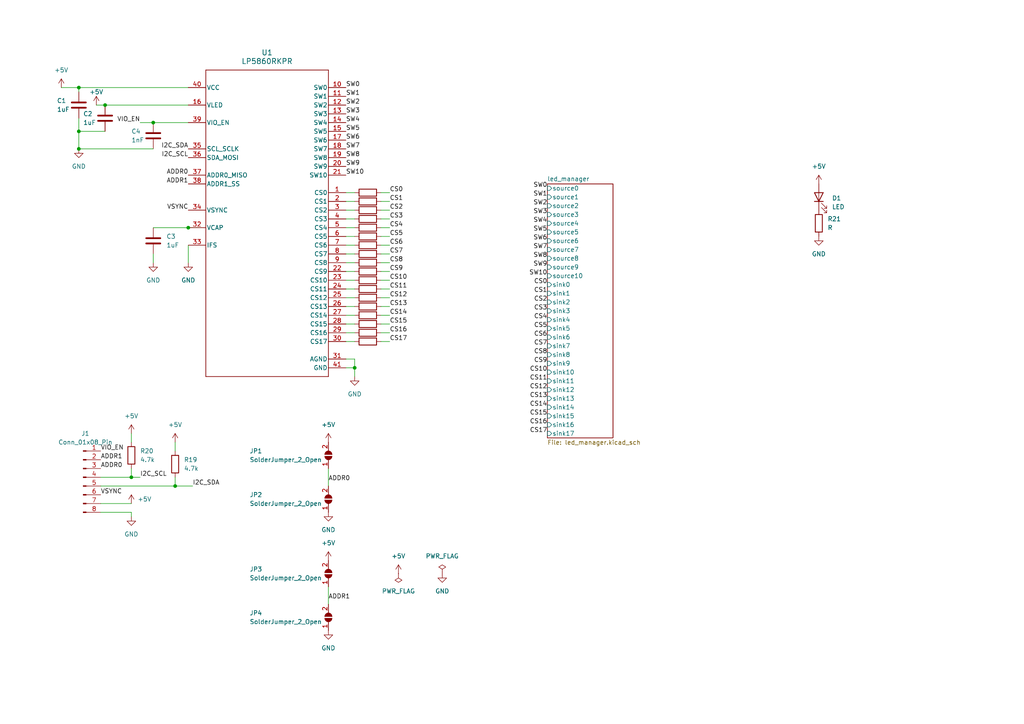
<source format=kicad_sch>
(kicad_sch (version 20230121) (generator eeschema)
  (paper "A4")
  (lib_symbols
    (symbol "Connector:Conn_01x08_Pin" (pin_names (offset 1.016) hide)
      (property "Reference" "J" (at 0 10.16 0))
      (property "Value" "Conn_01x08_Pin" (at 0 -12.7 0))
      (symbol "Conn_01x08_Pin_1_1"
        (polyline (pts (xy 1.27 -10.16) (xy 0.8636 -10.16)) (stroke (width 0.1524)))
        (polyline (pts (xy 1.27 -7.62) (xy 0.8636 -7.62)) (stroke (width 0.1524)))
        (polyline (pts (xy 1.27 -5.08) (xy 0.8636 -5.08)) (stroke (width 0.1524)))
        (polyline (pts (xy 1.27 -2.54) (xy 0.8636 -2.54)) (stroke (width 0.1524)))
        (polyline (pts (xy 1.27 0) (xy 0.8636 0)) (stroke (width 0.1524)))
        (polyline (pts (xy 1.27 2.54) (xy 0.8636 2.54)) (stroke (width 0.1524)))
        (polyline (pts (xy 1.27 5.08) (xy 0.8636 5.08)) (stroke (width 0.1524)))
        (polyline (pts (xy 1.27 7.62) (xy 0.8636 7.62)) (stroke (width 0.1524)))
        (rectangle (start 0.8636 -10.033) (end 0 -10.287) (stroke (width 0.1524)) (fill (type outline)))
        (rectangle (start 0.8636 -7.493) (end 0 -7.747) (stroke (width 0.1524)) (fill (type outline)))
        (rectangle (start 0.8636 -4.953) (end 0 -5.207) (stroke (width 0.1524)) (fill (type outline)))
        (rectangle (start 0.8636 -2.413) (end 0 -2.667) (stroke (width 0.1524)) (fill (type outline)))
        (rectangle (start 0.8636 0.127) (end 0 -0.127) (stroke (width 0.1524)) (fill (type outline)))
        (rectangle (start 0.8636 2.667) (end 0 2.413) (stroke (width 0.1524)) (fill (type outline)))
        (rectangle (start 0.8636 5.207) (end 0 4.953) (stroke (width 0.1524)) (fill (type outline)))
        (rectangle (start 0.8636 7.747) (end 0 7.493) (stroke (width 0.1524)) (fill (type outline)))
        (pin passive line (at 5.08 7.62 180) (length 3.81) (name "Pin_1") (number "1"))
        (pin passive line (at 5.08 5.08 180) (length 3.81) (name "Pin_2") (number "2"))
        (pin passive line (at 5.08 2.54 180) (length 3.81) (name "Pin_3") (number "3"))
        (pin passive line (at 5.08 0 180) (length 3.81) (name "Pin_4") (number "4"))
        (pin passive line (at 5.08 -2.54 180) (length 3.81) (name "Pin_5") (number "5"))
        (pin passive line (at 5.08 -5.08 180) (length 3.81) (name "Pin_6") (number "6"))
        (pin passive line (at 5.08 -7.62 180) (length 3.81) (name "Pin_7") (number "7"))
        (pin passive line (at 5.08 -10.16 180) (length 3.81) (name "Pin_8") (number "8"))
      )
    )
    (symbol "Device:C" (pin_numbers hide) (pin_names (offset 0.254))
      (property "Reference" "C" (at 0.635 2.54 0))
      (property "Value" "C" (at 0.635 -2.54 0))
      (symbol "C_0_1"
        (polyline (pts (xy -2.032 -0.762) (xy 2.032 -0.762)) (stroke (width 0.508)))
        (polyline (pts (xy -2.032 0.762) (xy 2.032 0.762)) (stroke (width 0.508)))
      )
      (symbol "C_1_1"
        (pin passive line (at 0 3.81 270) (length 2.794) (name "~") (number "1"))
        (pin passive line (at 0 -3.81 90) (length 2.794) (name "~") (number "2"))
      )
    )
    (symbol "Device:LED" (pin_numbers hide) (pin_names (offset 1.016) hide)
      (property "Reference" "D" (at 0 2.54 0))
      (property "Value" "LED" (at 0 -2.54 0))
      (symbol "LED_0_1"
        (polyline (pts (xy -1.27 -1.27) (xy -1.27 1.27)) (stroke (width 0.254)))
        (polyline (pts (xy -1.27 0) (xy 1.27 0)))
        (polyline (pts (xy 1.27 -1.27) (xy 1.27 1.27) (xy -1.27 0) (xy 1.27 -1.27)) (stroke (width 0.254)))
        (polyline (pts (xy -3.048 -0.762) (xy -4.572 -2.286) (xy -3.81 -2.286) (xy -4.572 -2.286) (xy -4.572 -1.524)))
        (polyline (pts (xy -1.778 -0.762) (xy -3.302 -2.286) (xy -2.54 -2.286) (xy -3.302 -2.286) (xy -3.302 -1.524)))
      )
      (symbol "LED_1_1"
        (pin passive line (at -3.81 0 0) (length 2.54) (name "K") (number "1"))
        (pin passive line (at 3.81 0 180) (length 2.54) (name "A") (number "2"))
      )
    )
    (symbol "Device:R" (pin_numbers hide) (pin_names (offset 0))
      (property "Reference" "R" (at 2.032 0 90))
      (property "Value" "R" (at 0 0 90))
      (symbol "R_0_1"
        (rectangle (start -1.016 -2.54) (end 1.016 2.54) (stroke (width 0.254)))
      )
      (symbol "R_1_1"
        (pin passive line (at 0 3.81 270) (length 1.27) (name "~") (number "1"))
        (pin passive line (at 0 -3.81 90) (length 1.27) (name "~") (number "2"))
      )
    )
    (symbol "Jumper:SolderJumper_2_Open" (pin_names (offset 0) hide)
      (property "Reference" "JP" (at 0 2.032 0))
      (property "Value" "SolderJumper_2_Open" (at 0 -2.54 0))
      (symbol "SolderJumper_2_Open_0_1"
        (arc (start -0.254 1.016) (mid -1.2656 0) (end -0.254 -1.016))
        (arc (start -0.254 1.016) (mid -1.2656 0) (end -0.254 -1.016) (fill (type outline)))
        (polyline (pts (xy -0.254 1.016) (xy -0.254 -1.016)))
        (polyline (pts (xy 0.254 1.016) (xy 0.254 -1.016)))
        (arc (start 0.254 -1.016) (mid 1.2656 0) (end 0.254 1.016))
        (arc (start 0.254 -1.016) (mid 1.2656 0) (end 0.254 1.016) (fill (type outline)))
      )
      (symbol "SolderJumper_2_Open_1_1"
        (pin passive line (at -3.81 0 0) (length 2.54) (name "A") (number "1"))
        (pin passive line (at 3.81 0 180) (length 2.54) (name "B") (number "2"))
      )
    )
    (symbol "lp5860:LP5860RKPR" (pin_names (offset 0.254))
      (property "Reference" "U" (at 0 2.54 0))
      (property "Value" "LP5860RKPR" (at 0 0 0))
      (symbol "LP5860RKPR_0_1"
        (polyline (pts (xy 5.08 -83.82) (xy 40.64 -83.82)) (stroke (width 0.2032)))
        (polyline (pts (xy 5.08 5.08) (xy 5.08 -83.82)) (stroke (width 0.2032)))
        (polyline (pts (xy 40.64 -83.82) (xy 40.64 5.08)) (stroke (width 0.2032)))
        (polyline (pts (xy 40.64 5.08) (xy 5.08 5.08)) (stroke (width 0.2032)))
        (pin unspecified line (at 45.72 -30.48 180) (length 5.08) (name "CS0") (number "1"))
        (pin unspecified line (at 45.72 0 180) (length 5.08) (name "SW0") (number "10"))
        (pin unspecified line (at 45.72 -2.54 180) (length 5.08) (name "SW1") (number "11"))
        (pin unspecified line (at 45.72 -5.08 180) (length 5.08) (name "SW2") (number "12"))
        (pin unspecified line (at 45.72 -7.62 180) (length 5.08) (name "SW3") (number "13"))
        (pin unspecified line (at 45.72 -10.16 180) (length 5.08) (name "SW4") (number "14"))
        (pin unspecified line (at 45.72 -12.7 180) (length 5.08) (name "SW5") (number "15"))
        (pin unspecified line (at 0 -5.08 0) (length 5.08) (name "VLED") (number "16"))
        (pin unspecified line (at 45.72 -15.24 180) (length 5.08) (name "SW6") (number "17"))
        (pin unspecified line (at 45.72 -17.78 180) (length 5.08) (name "SW7") (number "18"))
        (pin unspecified line (at 45.72 -20.32 180) (length 5.08) (name "SW8") (number "19"))
        (pin unspecified line (at 45.72 -33.02 180) (length 5.08) (name "CS1") (number "2"))
        (pin unspecified line (at 45.72 -22.86 180) (length 5.08) (name "SW9") (number "20"))
        (pin unspecified line (at 45.72 -25.4 180) (length 5.08) (name "SW10") (number "21"))
        (pin unspecified line (at 45.72 -53.34 180) (length 5.08) (name "CS9") (number "22"))
        (pin unspecified line (at 45.72 -55.88 180) (length 5.08) (name "CS10") (number "23"))
        (pin unspecified line (at 45.72 -58.42 180) (length 5.08) (name "CS11") (number "24"))
        (pin unspecified line (at 45.72 -60.96 180) (length 5.08) (name "CS12") (number "25"))
        (pin unspecified line (at 45.72 -63.5 180) (length 5.08) (name "CS13") (number "26"))
        (pin unspecified line (at 45.72 -66.04 180) (length 5.08) (name "CS14") (number "27"))
        (pin unspecified line (at 45.72 -68.58 180) (length 5.08) (name "CS15") (number "28"))
        (pin unspecified line (at 45.72 -71.12 180) (length 5.08) (name "CS16") (number "29"))
        (pin unspecified line (at 45.72 -35.56 180) (length 5.08) (name "CS2") (number "3"))
        (pin unspecified line (at 45.72 -73.66 180) (length 5.08) (name "CS17") (number "30"))
        (pin power_in line (at 45.72 -78.74 180) (length 5.08) (name "AGND") (number "31"))
        (pin unspecified line (at 0 -40.64 0) (length 5.08) (name "VCAP") (number "32"))
        (pin input line (at 0 -45.72 0) (length 5.08) (name "IFS") (number "33"))
        (pin input line (at 0 -35.56 0) (length 5.08) (name "VSYNC") (number "34"))
        (pin input line (at 0 -17.78 0) (length 5.08) (name "SCL_SCLK") (number "35"))
        (pin bidirectional line (at 0 -20.32 0) (length 5.08) (name "SDA_MOSI") (number "36"))
        (pin bidirectional line (at 0 -25.4 0) (length 5.08) (name "ADDR0_MISO") (number "37"))
        (pin input line (at 0 -27.94 0) (length 5.08) (name "ADDR1_SS") (number "38"))
        (pin power_in line (at 0 -10.16 0) (length 5.08) (name "VIO_EN") (number "39"))
        (pin unspecified line (at 45.72 -38.1 180) (length 5.08) (name "CS3") (number "4"))
        (pin power_in line (at 0 0 0) (length 5.08) (name "VCC") (number "40"))
        (pin power_in line (at 45.72 -81.28 180) (length 5.08) (name "GND") (number "41"))
        (pin unspecified line (at 45.72 -40.64 180) (length 5.08) (name "CS4") (number "5"))
        (pin unspecified line (at 45.72 -43.18 180) (length 5.08) (name "CS5") (number "6"))
        (pin unspecified line (at 45.72 -45.72 180) (length 5.08) (name "CS6") (number "7"))
        (pin unspecified line (at 45.72 -48.26 180) (length 5.08) (name "CS7") (number "8"))
        (pin unspecified line (at 45.72 -50.8 180) (length 5.08) (name "CS8") (number "9"))
      )
    )
    (symbol "power:+5V" (power) (pin_names (offset 0))
      (property "Value" "+5V" (at 0 3.556 0))
      (symbol "+5V_0_1"
        (polyline (pts (xy -0.762 1.27) (xy 0 2.54)))
        (polyline (pts (xy 0 0) (xy 0 2.54)))
        (polyline (pts (xy 0 2.54) (xy 0.762 1.27)))
      )
      (symbol "+5V_1_1"
        (pin power_in line (at 0 0 90) (length 0) hide (name "+5V") (number "1"))
      )
    )
    (symbol "power:GND" (power) (pin_names (offset 0))
      (property "Value" "GND" (at 0 -3.81 0))
      (symbol "GND_0_1"
        (polyline (pts (xy 0 0) (xy 0 -1.27) (xy 1.27 -1.27) (xy 0 -2.54) (xy -1.27 -1.27) (xy 0 -1.27)))
      )
      (symbol "GND_1_1"
        (pin power_in line (at 0 0 270) (length 0) hide (name "GND") (number "1"))
      )
    )
    (symbol "power:PWR_FLAG" (power) (pin_numbers hide) (pin_names (offset 0) hide)
      (property "Value" "PWR_FLAG" (at 0 3.81 0))
      (symbol "PWR_FLAG_0_0"
        (pin power_out line (at 0 0 90) (length 0) (name "pwr") (number "1"))
      )
      (symbol "PWR_FLAG_0_1"
        (polyline (pts (xy 0 0) (xy 0 1.27) (xy -1.016 1.905) (xy 0 2.54) (xy 1.016 1.905) (xy 0 1.27)))
      )
    )
  )
  (junction (at 54.61 66.04))
  (junction (at 38.1 138.43))
  (junction (at 44.45 35.56))
  (junction (at 30.48 30.48))
  (junction (at 22.86 43.18))
  (junction (at 102.87 106.68))
  (junction (at 22.86 25.4))
  (junction (at 22.86 38.1))
  (junction (at 50.8 140.97))
  (wire (pts (xy 95.25 135.89) (xy 95.25 140.97)))
  (wire (pts (xy 110.49 55.88) (xy 113.03 55.88)))
  (wire (pts (xy 100.33 71.12) (xy 102.87 71.12)))
  (wire (pts (xy 100.33 104.14) (xy 102.87 104.14)))
  (wire (pts (xy 44.45 35.56) (xy 54.61 35.56)))
  (wire (pts (xy 110.49 68.58) (xy 113.03 68.58)))
  (wire (pts (xy 100.33 91.44) (xy 102.87 91.44)))
  (wire (pts (xy 22.86 38.1) (xy 22.86 34.29)))
  (wire (pts (xy 100.33 78.74) (xy 102.87 78.74)))
  (wire (pts (xy 22.86 38.1) (xy 30.48 38.1)))
  (wire (pts (xy 110.49 86.36) (xy 113.03 86.36)))
  (wire (pts (xy 29.21 140.97) (xy 50.8 140.97)))
  (wire (pts (xy 17.78 25.4) (xy 22.86 25.4)))
  (wire (pts (xy 22.86 43.18) (xy 22.86 38.1)))
  (wire (pts (xy 38.1 138.43) (xy 40.64 138.43)))
  (wire (pts (xy 110.49 93.98) (xy 113.03 93.98)))
  (wire (pts (xy 54.61 25.4) (xy 22.86 25.4)))
  (wire (pts (xy 38.1 125.73) (xy 38.1 128.27)))
  (wire (pts (xy 27.94 30.48) (xy 30.48 30.48)))
  (wire (pts (xy 22.86 43.18) (xy 44.45 43.18)))
  (wire (pts (xy 44.45 66.04) (xy 54.61 66.04)))
  (wire (pts (xy 100.33 73.66) (xy 102.87 73.66)))
  (wire (pts (xy 110.49 58.42) (xy 113.03 58.42)))
  (wire (pts (xy 102.87 106.68) (xy 102.87 109.22)))
  (wire (pts (xy 22.86 26.67) (xy 22.86 25.4)))
  (wire (pts (xy 100.33 63.5) (xy 102.87 63.5)))
  (wire (pts (xy 100.33 83.82) (xy 102.87 83.82)))
  (wire (pts (xy 100.33 55.88) (xy 102.87 55.88)))
  (wire (pts (xy 100.33 76.2) (xy 102.87 76.2)))
  (wire (pts (xy 100.33 99.06) (xy 102.87 99.06)))
  (wire (pts (xy 100.33 93.98) (xy 102.87 93.98)))
  (wire (pts (xy 110.49 60.96) (xy 113.03 60.96)))
  (wire (pts (xy 110.49 71.12) (xy 113.03 71.12)))
  (wire (pts (xy 100.33 66.04) (xy 102.87 66.04)))
  (wire (pts (xy 100.33 58.42) (xy 102.87 58.42)))
  (wire (pts (xy 110.49 83.82) (xy 113.03 83.82)))
  (wire (pts (xy 102.87 104.14) (xy 102.87 106.68)))
  (wire (pts (xy 100.33 96.52) (xy 102.87 96.52)))
  (wire (pts (xy 29.21 138.43) (xy 38.1 138.43)))
  (wire (pts (xy 110.49 63.5) (xy 113.03 63.5)))
  (wire (pts (xy 110.49 73.66) (xy 113.03 73.66)))
  (wire (pts (xy 50.8 128.27) (xy 50.8 130.81)))
  (wire (pts (xy 100.33 68.58) (xy 102.87 68.58)))
  (wire (pts (xy 100.33 60.96) (xy 102.87 60.96)))
  (wire (pts (xy 110.49 96.52) (xy 113.03 96.52)))
  (wire (pts (xy 54.61 71.12) (xy 54.61 76.2)))
  (wire (pts (xy 38.1 146.05) (xy 29.21 146.05)))
  (wire (pts (xy 50.8 138.43) (xy 50.8 140.97)))
  (wire (pts (xy 44.45 73.66) (xy 44.45 76.2)))
  (wire (pts (xy 110.49 99.06) (xy 113.03 99.06)))
  (wire (pts (xy 110.49 81.28) (xy 113.03 81.28)))
  (wire (pts (xy 29.21 148.59) (xy 38.1 148.59)))
  (wire (pts (xy 100.33 88.9) (xy 102.87 88.9)))
  (wire (pts (xy 40.64 35.56) (xy 44.45 35.56)))
  (wire (pts (xy 110.49 78.74) (xy 113.03 78.74)))
  (wire (pts (xy 110.49 66.04) (xy 113.03 66.04)))
  (wire (pts (xy 100.33 81.28) (xy 102.87 81.28)))
  (wire (pts (xy 95.25 170.18) (xy 95.25 175.26)))
  (wire (pts (xy 58.42 66.04) (xy 54.61 66.04)))
  (wire (pts (xy 30.48 30.48) (xy 54.61 30.48)))
  (wire (pts (xy 50.8 140.97) (xy 55.88 140.97)))
  (wire (pts (xy 100.33 106.68) (xy 102.87 106.68)))
  (wire (pts (xy 38.1 135.89) (xy 38.1 138.43)))
  (wire (pts (xy 110.49 88.9) (xy 113.03 88.9)))
  (wire (pts (xy 100.33 86.36) (xy 102.87 86.36)))
  (wire (pts (xy 38.1 148.59) (xy 38.1 149.86)))
  (wire (pts (xy 110.49 91.44) (xy 113.03 91.44)))
  (wire (pts (xy 110.49 76.2) (xy 113.03 76.2)))
  (label "ADDR1" (at 95.25 173.99 0))
  (label "CS8" (at 158.75 102.87 180))
  (label "CS6" (at 158.75 97.79 180))
  (label "SW10" (at 100.33 50.8 0))
  (label "ADDR0" (at 29.21 135.89 0))
  (label "CS15" (at 158.75 120.65 180))
  (label "ADDR1" (at 29.21 133.35 0))
  (label "CS6" (at 113.03 71.12 0))
  (label "CS13" (at 113.03 88.9 0))
  (label "CS11" (at 158.75 110.49 180))
  (label "CS13" (at 158.75 115.57 180))
  (label "CS7" (at 113.03 73.66 0))
  (label "CS0" (at 113.03 55.88 0))
  (label "SW9" (at 158.75 77.47 180))
  (label "I2C_SCL" (at 40.64 138.43 0))
  (label "I2C_SDA" (at 55.88 140.97 0))
  (label "CS5" (at 113.03 68.58 0))
  (label "SW1" (at 100.33 27.94 0))
  (label "VSYNC" (at 29.21 143.51 0))
  (label "CS17" (at 158.75 125.73 180))
  (label "VSYNC" (at 54.61 60.96 180))
  (label "ADDR0" (at 54.61 50.8 180))
  (label "ADDR0" (at 95.25 139.7 0))
  (label "CS10" (at 113.03 81.28 0))
  (label "SW0" (at 100.33 25.4 0))
  (label "CS9" (at 158.75 105.41 180))
  (label "CS5" (at 158.75 95.25 180))
  (label "I2C_SCL" (at 54.61 45.72 180))
  (label "CS17" (at 113.03 99.06 0))
  (label "CS3" (at 158.75 90.17 180))
  (label "SW8" (at 100.33 45.72 0))
  (label "SW7" (at 158.75 72.39 180))
  (label "SW2" (at 158.75 59.69 180))
  (label "CS16" (at 113.03 96.52 0))
  (label "CS16" (at 158.75 123.19 180))
  (label "CS14" (at 158.75 118.11 180))
  (label "SW1" (at 158.75 57.15 180))
  (label "CS0" (at 158.75 82.55 180))
  (label "SW5" (at 158.75 67.31 180))
  (label "SW6" (at 100.33 40.64 0))
  (label "CS2" (at 158.75 87.63 180))
  (label "CS10" (at 158.75 107.95 180))
  (label "SW2" (at 100.33 30.48 0))
  (label "SW3" (at 158.75 62.23 180))
  (label "SW7" (at 100.33 43.18 0))
  (label "SW9" (at 100.33 48.26 0))
  (label "CS1" (at 113.03 58.42 0))
  (label "SW0" (at 158.75 54.61 180))
  (label "CS12" (at 113.03 86.36 0))
  (label "CS9" (at 113.03 78.74 0))
  (label "CS1" (at 158.75 85.09 180))
  (label "SW4" (at 158.75 64.77 180))
  (label "SW4" (at 100.33 35.56 0))
  (label "CS7" (at 158.75 100.33 180))
  (label "CS3" (at 113.03 63.5 0))
  (label "I2C_SDA" (at 54.61 43.18 180))
  (label "SW3" (at 100.33 33.02 0))
  (label "VIO_EN" (at 40.64 35.56 180))
  (label "CS15" (at 113.03 93.98 0))
  (label "ADDR1" (at 54.61 53.34 180))
  (label "CS2" (at 113.03 60.96 0))
  (label "SW10" (at 158.75 80.01 180))
  (label "CS4" (at 113.03 66.04 0))
  (label "CS8" (at 113.03 76.2 0))
  (label "CS4" (at 158.75 92.71 180))
  (label "CS11" (at 113.03 83.82 0))
  (label "CS14" (at 113.03 91.44 0))
  (label "VIO_EN" (at 29.21 130.81 0))
  (label "SW6" (at 158.75 69.85 180))
  (label "SW8" (at 158.75 74.93 180))
  (label "CS12" (at 158.75 113.03 180))
  (label "SW5" (at 100.33 38.1 0))
  (symbol (lib_id "Device:LED") (at 237.49 57.15 90) (unit 1)
    (property "Reference" "D1" (at 241.3 57.4675 90) (effects (justify right)))
    (property "Value" "LED" (at 241.3 60.0075 90) (effects (justify right)))
    (property "Footprint" "LED_SMD:LED_0805_2012Metric" (effects hide))
  )
  (symbol (lib_id "power:+5V") (at 38.1 125.73 0) (unit 1)
    (property "Reference" "#PWR012" (effects hide))
    (property "Value" "+5V" (at 38.1 120.65 0))
  )
  (symbol (lib_id "Device:C") (at 44.45 69.85 0) (unit 1)
    (property "Reference" "C3" (at 48.26 68.58 0) (effects (justify left)))
    (property "Value" "1uF" (at 48.26 71.12 0) (effects (justify left)))
    (property "Footprint" "Capacitor_SMD:C_0603_1608Metric" (effects hide))
  )
  (symbol (lib_id "Device:R") (at 38.1 132.08 0) (unit 1)
    (property "Reference" "R20" (at 40.64 130.81 0) (effects (justify left)))
    (property "Value" "4.7k" (at 40.64 133.35 0) (effects (justify left)))
    (property "Footprint" "Resistor_SMD:R_0603_1608Metric" (effects hide))
  )
  (symbol (lib_id "Device:R") (at 106.68 96.52 90) (unit 1)
    (property "Reference" "R2" (effects hide))
    (property "Value" "R" (effects hide))
    (property "Footprint" "Resistor_SMD:R_0603_1608Metric" (effects hide))
  )
  (symbol (lib_id "power:GND") (at 54.61 76.2 0) (unit 1)
    (property "Reference" "#PWR010" (effects hide))
    (property "Value" "GND" (at 54.61 81.28 0))
  )
  (symbol (lib_id "power:PWR_FLAG") (at 115.57 166.37 180) (unit 1)
    (property "Reference" "#FLG01" (effects hide))
    (property "Value" "PWR_FLAG" (at 115.57 171.45 0))
  )
  (symbol (lib_id "Device:R") (at 106.68 86.36 90) (unit 1)
    (property "Reference" "R6" (effects hide))
    (property "Value" "R" (effects hide))
    (property "Footprint" "Resistor_SMD:R_0603_1608Metric" (effects hide))
  )
  (symbol (lib_id "Device:R") (at 106.68 73.66 90) (unit 1)
    (property "Reference" "R11" (effects hide))
    (property "Value" "R" (effects hide))
    (property "Footprint" "Resistor_SMD:R_0603_1608Metric" (effects hide))
  )
  (symbol (lib_id "power:GND") (at 44.45 76.2 0) (unit 1)
    (property "Reference" "#PWR09" (effects hide))
    (property "Value" "GND" (at 44.45 81.28 0))
  )
  (symbol (lib_id "Device:R") (at 106.68 60.96 90) (unit 1)
    (property "Reference" "R16" (effects hide))
    (property "Value" "R" (effects hide))
    (property "Footprint" "Resistor_SMD:R_0603_1608Metric" (effects hide))
  )
  (symbol (lib_id "power:+5V") (at 27.94 30.48 0) (unit 1)
    (property "Reference" "#PWR07" (effects hide))
    (property "Value" "+5V" (at 27.94 26.67 0))
  )
  (symbol (lib_id "power:+5V") (at 237.49 53.34 0) (unit 1)
    (property "Reference" "#PWR017" (effects hide))
    (property "Value" "+5V" (at 237.49 48.26 0))
  )
  (symbol (lib_id "Device:R") (at 237.49 64.77 0) (unit 1)
    (property "Reference" "R21" (at 240.03 63.5 0) (effects (justify left)))
    (property "Value" "R" (at 240.03 66.04 0) (effects (justify left)))
    (property "Footprint" "Resistor_SMD:R_0603_1608Metric" (effects hide))
  )
  (symbol (lib_id "Device:R") (at 106.68 76.2 90) (unit 1)
    (property "Reference" "R10" (effects hide))
    (property "Value" "R" (effects hide))
    (property "Footprint" "Resistor_SMD:R_0603_1608Metric" (effects hide))
  )
  (symbol (lib_id "power:+5V") (at 95.25 128.27 0) (unit 1)
    (property "Reference" "#PWR03" (effects hide))
    (property "Value" "+5V" (at 95.25 123.19 0))
  )
  (symbol (lib_id "power:GND") (at 102.87 109.22 0) (unit 1)
    (property "Reference" "#PWR01" (effects hide))
    (property "Value" "GND" (at 102.87 114.3 0))
  )
  (symbol (lib_id "Jumper:SolderJumper_2_Open") (at 95.25 144.78 90) (unit 1)
    (property "Reference" "JP2" (at 72.39 143.51 90) (effects (justify right)))
    (property "Value" "SolderJumper_2_Open" (at 72.39 146.05 90) (effects (justify right)))
    (property "Footprint" "Jumper:SolderJumper-2_P1.3mm_Open_Pad1.0x1.5mm" (effects hide))
  )
  (symbol (lib_id "power:PWR_FLAG") (at 128.27 166.37 0) (unit 1)
    (property "Reference" "#FLG02" (effects hide))
    (property "Value" "PWR_FLAG" (at 128.27 161.29 0))
  )
  (symbol (lib_id "power:GND") (at 128.27 166.37 0) (unit 1)
    (property "Reference" "#PWR016" (effects hide))
    (property "Value" "GND" (at 128.27 171.45 0))
  )
  (symbol (lib_id "power:GND") (at 38.1 149.86 0) (unit 1)
    (property "Reference" "#PWR013" (effects hide))
    (property "Value" "GND" (at 38.1 154.94 0))
  )
  (symbol (lib_id "Jumper:SolderJumper_2_Open") (at 95.25 132.08 90) (unit 1)
    (property "Reference" "JP1" (at 72.39 130.81 90) (effects (justify right)))
    (property "Value" "SolderJumper_2_Open" (at 72.39 133.35 90) (effects (justify right)))
    (property "Footprint" "Jumper:SolderJumper-2_P1.3mm_Open_Pad1.0x1.5mm" (effects hide))
  )
  (symbol (lib_id "power:+5V") (at 17.78 25.4 0) (unit 1)
    (property "Reference" "#PWR06" (effects hide))
    (property "Value" "+5V" (at 17.78 20.32 0))
  )
  (symbol (lib_id "Device:R") (at 106.68 83.82 90) (unit 1)
    (property "Reference" "R7" (effects hide))
    (property "Value" "R" (effects hide))
    (property "Footprint" "Resistor_SMD:R_0603_1608Metric" (effects hide))
  )
  (symbol (lib_id "power:+5V") (at 38.1 146.05 0) (unit 1)
    (property "Reference" "#PWR014" (effects hide))
    (property "Value" "+5V" (at 41.91 144.78 0))
  )
  (symbol (lib_id "Device:R") (at 106.68 71.12 90) (unit 1)
    (property "Reference" "R12" (effects hide))
    (property "Value" "R" (effects hide))
    (property "Footprint" "Resistor_SMD:R_0603_1608Metric" (effects hide))
  )
  (symbol (lib_id "Device:R") (at 106.68 66.04 90) (unit 1)
    (property "Reference" "R14" (effects hide))
    (property "Value" "R" (effects hide))
    (property "Footprint" "Resistor_SMD:R_0603_1608Metric" (effects hide))
  )
  (symbol (lib_id "Device:R") (at 106.68 68.58 90) (unit 1)
    (property "Reference" "R13" (effects hide))
    (property "Value" "R" (effects hide))
    (property "Footprint" "Resistor_SMD:R_0603_1608Metric" (effects hide))
  )
  (symbol (lib_id "Device:C") (at 30.48 34.29 0) (unit 1)
    (property "Reference" "C2" (at 24.13 33.02 0) (effects (justify left)))
    (property "Value" "1uF" (at 24.13 35.56 0) (effects (justify left)))
    (property "Footprint" "Capacitor_SMD:C_0603_1608Metric" (effects hide))
  )
  (symbol (lib_id "Device:C") (at 22.86 30.48 0) (unit 1)
    (property "Reference" "C1" (at 16.51 29.21 0) (effects (justify left)))
    (property "Value" "1uF" (at 16.51 31.75 0) (effects (justify left)))
    (property "Footprint" "Capacitor_SMD:C_0603_1608Metric" (effects hide))
  )
  (symbol (lib_id "power:GND") (at 95.25 182.88 0) (unit 1)
    (property "Reference" "#PWR05" (effects hide))
    (property "Value" "GND" (at 95.25 187.96 0))
  )
  (symbol (lib_id "power:+5V") (at 95.25 162.56 0) (unit 1)
    (property "Reference" "#PWR04" (effects hide))
    (property "Value" "+5V" (at 95.25 157.48 0))
  )
  (symbol (lib_id "Device:R") (at 106.68 91.44 90) (unit 1)
    (property "Reference" "R4" (effects hide))
    (property "Value" "R" (effects hide))
    (property "Footprint" "Resistor_SMD:R_0603_1608Metric" (effects hide))
  )
  (symbol (lib_id "Device:R") (at 106.68 93.98 90) (unit 1)
    (property "Reference" "R3" (effects hide))
    (property "Value" "R" (effects hide))
    (property "Footprint" "Resistor_SMD:R_0603_1608Metric" (effects hide))
  )
  (symbol (lib_id "power:GND") (at 237.49 68.58 0) (unit 1)
    (property "Reference" "#PWR018" (effects hide))
    (property "Value" "GND" (at 237.49 73.66 0))
  )
  (symbol (lib_id "lp5860:LP5860RKPR") (at 54.61 25.4 0) (unit 1)
    (property "Reference" "U1" (at 77.47 15.24 0) (effects (font (size 1.524 1.524))))
    (property "Value" "LP5860RKPR" (at 77.47 17.78 0) (effects (font (size 1.524 1.524))))
    (property "Footprint" "lp5860_and_led:lp5860" (effects hide))
    (property "Datasheet" "LP5860RKPR" (effects hide))
  )
  (symbol (lib_id "Device:R") (at 106.68 63.5 90) (unit 1)
    (property "Reference" "R15" (effects hide))
    (property "Value" "R" (effects hide))
    (property "Footprint" "Resistor_SMD:R_0603_1608Metric" (effects hide))
  )
  (symbol (lib_id "Jumper:SolderJumper_2_Open") (at 95.25 166.37 90) (unit 1)
    (property "Reference" "JP3" (at 72.39 165.1 90) (effects (justify right)))
    (property "Value" "SolderJumper_2_Open" (at 72.39 167.64 90) (effects (justify right)))
    (property "Footprint" "Jumper:SolderJumper-2_P1.3mm_Open_Pad1.0x1.5mm" (effects hide))
  )
  (symbol (lib_id "Connector:Conn_01x08_Pin") (at 24.13 138.43 0) (unit 1)
    (property "Reference" "J1" (at 24.765 125.73 0))
    (property "Value" "Conn_01x08_Pin" (at 24.765 128.27 0))
    (property "Footprint" "Connector_PinHeader_2.54mm:PinHeader_1x08_P2.54mm_Vertical" (effects hide))
  )
  (symbol (lib_id "Device:R") (at 106.68 81.28 90) (unit 1)
    (property "Reference" "R8" (effects hide))
    (property "Value" "R" (effects hide))
    (property "Footprint" "Resistor_SMD:R_0603_1608Metric" (effects hide))
  )
  (symbol (lib_id "power:+5V") (at 50.8 128.27 0) (unit 1)
    (property "Reference" "#PWR011" (effects hide))
    (property "Value" "+5V" (at 50.8 123.19 0))
  )
  (symbol (lib_id "power:+5V") (at 115.57 166.37 0) (unit 1)
    (property "Reference" "#PWR015" (effects hide))
    (property "Value" "+5V" (at 115.57 161.29 0))
  )
  (symbol (lib_id "Jumper:SolderJumper_2_Open") (at 95.25 179.07 90) (unit 1)
    (property "Reference" "JP4" (at 72.39 177.8 90) (effects (justify right)))
    (property "Value" "SolderJumper_2_Open" (at 72.39 180.34 90) (effects (justify right)))
    (property "Footprint" "Jumper:SolderJumper-2_P1.3mm_Open_Pad1.0x1.5mm" (effects hide))
  )
  (symbol (lib_id "power:GND") (at 22.86 43.18 0) (unit 1)
    (property "Reference" "#PWR08" (effects hide))
    (property "Value" "GND" (at 22.86 48.26 0))
  )
  (symbol (lib_id "Device:R") (at 106.68 99.06 90) (unit 1)
    (property "Reference" "R1" (effects hide))
    (property "Value" "R" (effects hide))
    (property "Footprint" "Resistor_SMD:R_0603_1608Metric" (effects hide))
  )
  (symbol (lib_id "Device:R") (at 106.68 78.74 90) (unit 1)
    (property "Reference" "R9" (effects hide))
    (property "Value" "R" (effects hide))
    (property "Footprint" "Resistor_SMD:R_0603_1608Metric" (effects hide))
  )
  (symbol (lib_id "Device:R") (at 106.68 55.88 90) (unit 1)
    (property "Reference" "R18" (effects hide))
    (property "Value" "R" (effects hide))
    (property "Footprint" "Resistor_SMD:R_0603_1608Metric" (effects hide))
  )
  (symbol (lib_id "Device:R") (at 50.8 134.62 0) (unit 1)
    (property "Reference" "R19" (at 53.34 133.35 0) (effects (justify left)))
    (property "Value" "4.7k" (at 53.34 135.89 0) (effects (justify left)))
    (property "Footprint" "Resistor_SMD:R_0603_1608Metric" (effects hide))
  )
  (symbol (lib_id "Device:R") (at 106.68 88.9 90) (unit 1)
    (property "Reference" "R5" (effects hide))
    (property "Value" "R" (effects hide))
    (property "Footprint" "Resistor_SMD:R_0603_1608Metric" (effects hide))
  )
  (symbol (lib_id "Device:R") (at 106.68 58.42 90) (unit 1)
    (property "Reference" "R17" (effects hide))
    (property "Value" "R" (effects hide))
    (property "Footprint" "Resistor_SMD:R_0603_1608Metric" (effects hide))
  )
  (symbol (lib_id "power:GND") (at 95.25 148.59 0) (unit 1)
    (property "Reference" "#PWR02" (effects hide))
    (property "Value" "GND" (at 95.25 153.67 0))
  )
  (symbol (lib_id "Device:C") (at 44.45 39.37 0) (unit 1)
    (property "Reference" "C4" (at 38.1 38.1 0) (effects (justify left)))
    (property "Value" "1nF" (at 38.1 40.64 0) (effects (justify left)))
    (property "Footprint" "Capacitor_SMD:C_0603_1608Metric" (effects hide))
  )
  (sheet (at 158.75 53.34) (size 19.05 73.66) (stroke (width 0.1524))
    (property "Sheetname" "led_manager" (at 158.75 52.6284 0) (effects (justify left bottom)))
    (property "Sheetfile" "led_manager.kicad_sch" (at 158.75 127.5846 0) (effects (justify left top)))
    (pin "sink1" input (at 158.75 85.09 180))
    (pin "sink2" input (at 158.75 87.63 180))
    (pin "sink3" input (at 158.75 90.17 180))
    (pin "sink0" input (at 158.75 82.55 180))
    (pin "source5" input (at 158.75 67.31 180))
    (pin "sink9" input (at 158.75 105.41 180))
    (pin "sink11" input (at 158.75 110.49 180))
    (pin "sink10" input (at 158.75 107.95 180))
    (pin "sink8" input (at 158.75 102.87 180))
    (pin "sink7" input (at 158.75 100.33 180))
    (pin "sink4" input (at 158.75 92.71 180))
    (pin "sink5" input (at 158.75 95.25 180))
    (pin "sink6" input (at 158.75 97.79 180))
    (pin "source4" input (at 158.75 64.77 180))
    (pin "sink14" input (at 158.75 118.11 180))
    (pin "sink13" input (at 158.75 115.57 180))
    (pin "sink12" input (at 158.75 113.03 180))
    (pin "sink17" input (at 158.75 125.73 180))
    (pin "sink16" input (at 158.75 123.19 180))
    (pin "sink15" input (at 158.75 120.65 180))
    (pin "source9" input (at 158.75 77.47 180))
    (pin "source8" input (at 158.75 74.93 180))
    (pin "source2" input (at 158.75 59.69 180))
    (pin "source6" input (at 158.75 69.85 180))
    (pin "source7" input (at 158.75 72.39 180))
    (pin "source0" input (at 158.75 54.61 180))
    (pin "source1" input (at 158.75 57.15 180))
    (pin "source10" input (at 158.75 80.01 180))
    (pin "source3" input (at 158.75 62.23 180))
  )
)
</source>
